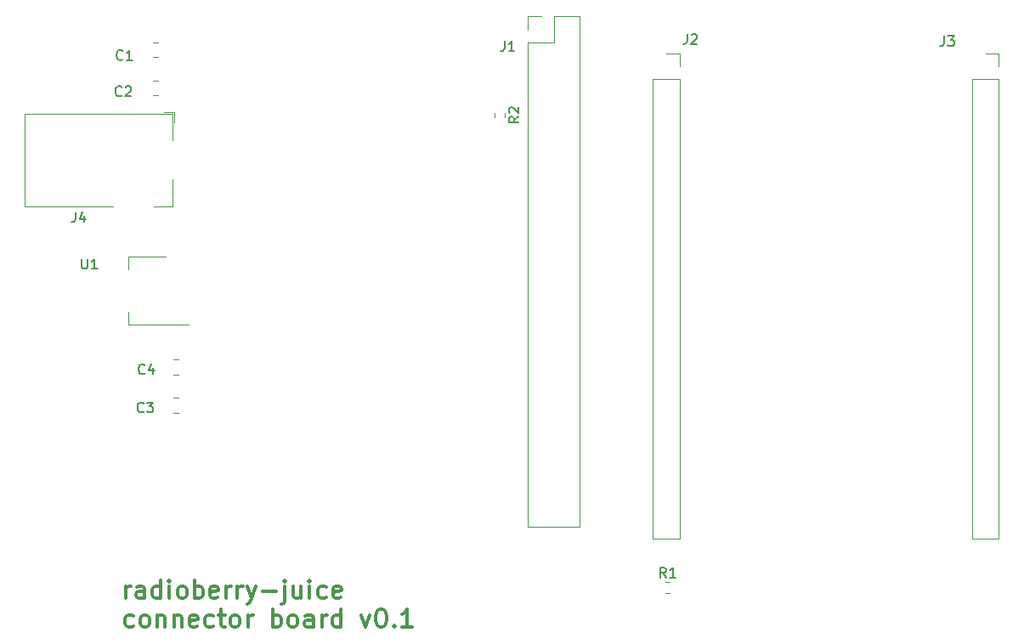
<source format=gbr>
G04 #@! TF.GenerationSoftware,KiCad,Pcbnew,7.0.8*
G04 #@! TF.CreationDate,2024-10-25T10:17:10+09:00*
G04 #@! TF.ProjectId,Juice connector board,4a756963-6520-4636-9f6e-6e6563746f72,rev?*
G04 #@! TF.SameCoordinates,Original*
G04 #@! TF.FileFunction,Legend,Top*
G04 #@! TF.FilePolarity,Positive*
%FSLAX46Y46*%
G04 Gerber Fmt 4.6, Leading zero omitted, Abs format (unit mm)*
G04 Created by KiCad (PCBNEW 7.0.8) date 2024-10-25 10:17:10*
%MOMM*%
%LPD*%
G01*
G04 APERTURE LIST*
%ADD10C,0.300000*%
%ADD11C,0.150000*%
%ADD12C,0.120000*%
G04 APERTURE END LIST*
D10*
X110325939Y-134966114D02*
X110325939Y-133766114D01*
X110325939Y-134108971D02*
X110411653Y-133937542D01*
X110411653Y-133937542D02*
X110497368Y-133851828D01*
X110497368Y-133851828D02*
X110668796Y-133766114D01*
X110668796Y-133766114D02*
X110840225Y-133766114D01*
X112211654Y-134966114D02*
X112211654Y-134023257D01*
X112211654Y-134023257D02*
X112125939Y-133851828D01*
X112125939Y-133851828D02*
X111954511Y-133766114D01*
X111954511Y-133766114D02*
X111611654Y-133766114D01*
X111611654Y-133766114D02*
X111440225Y-133851828D01*
X112211654Y-134880400D02*
X112040225Y-134966114D01*
X112040225Y-134966114D02*
X111611654Y-134966114D01*
X111611654Y-134966114D02*
X111440225Y-134880400D01*
X111440225Y-134880400D02*
X111354511Y-134708971D01*
X111354511Y-134708971D02*
X111354511Y-134537542D01*
X111354511Y-134537542D02*
X111440225Y-134366114D01*
X111440225Y-134366114D02*
X111611654Y-134280400D01*
X111611654Y-134280400D02*
X112040225Y-134280400D01*
X112040225Y-134280400D02*
X112211654Y-134194685D01*
X113840225Y-134966114D02*
X113840225Y-133166114D01*
X113840225Y-134880400D02*
X113668796Y-134966114D01*
X113668796Y-134966114D02*
X113325939Y-134966114D01*
X113325939Y-134966114D02*
X113154510Y-134880400D01*
X113154510Y-134880400D02*
X113068796Y-134794685D01*
X113068796Y-134794685D02*
X112983082Y-134623257D01*
X112983082Y-134623257D02*
X112983082Y-134108971D01*
X112983082Y-134108971D02*
X113068796Y-133937542D01*
X113068796Y-133937542D02*
X113154510Y-133851828D01*
X113154510Y-133851828D02*
X113325939Y-133766114D01*
X113325939Y-133766114D02*
X113668796Y-133766114D01*
X113668796Y-133766114D02*
X113840225Y-133851828D01*
X114697367Y-134966114D02*
X114697367Y-133766114D01*
X114697367Y-133166114D02*
X114611653Y-133251828D01*
X114611653Y-133251828D02*
X114697367Y-133337542D01*
X114697367Y-133337542D02*
X114783081Y-133251828D01*
X114783081Y-133251828D02*
X114697367Y-133166114D01*
X114697367Y-133166114D02*
X114697367Y-133337542D01*
X115811653Y-134966114D02*
X115640224Y-134880400D01*
X115640224Y-134880400D02*
X115554510Y-134794685D01*
X115554510Y-134794685D02*
X115468796Y-134623257D01*
X115468796Y-134623257D02*
X115468796Y-134108971D01*
X115468796Y-134108971D02*
X115554510Y-133937542D01*
X115554510Y-133937542D02*
X115640224Y-133851828D01*
X115640224Y-133851828D02*
X115811653Y-133766114D01*
X115811653Y-133766114D02*
X116068796Y-133766114D01*
X116068796Y-133766114D02*
X116240224Y-133851828D01*
X116240224Y-133851828D02*
X116325939Y-133937542D01*
X116325939Y-133937542D02*
X116411653Y-134108971D01*
X116411653Y-134108971D02*
X116411653Y-134623257D01*
X116411653Y-134623257D02*
X116325939Y-134794685D01*
X116325939Y-134794685D02*
X116240224Y-134880400D01*
X116240224Y-134880400D02*
X116068796Y-134966114D01*
X116068796Y-134966114D02*
X115811653Y-134966114D01*
X117183081Y-134966114D02*
X117183081Y-133166114D01*
X117183081Y-133851828D02*
X117354510Y-133766114D01*
X117354510Y-133766114D02*
X117697367Y-133766114D01*
X117697367Y-133766114D02*
X117868795Y-133851828D01*
X117868795Y-133851828D02*
X117954510Y-133937542D01*
X117954510Y-133937542D02*
X118040224Y-134108971D01*
X118040224Y-134108971D02*
X118040224Y-134623257D01*
X118040224Y-134623257D02*
X117954510Y-134794685D01*
X117954510Y-134794685D02*
X117868795Y-134880400D01*
X117868795Y-134880400D02*
X117697367Y-134966114D01*
X117697367Y-134966114D02*
X117354510Y-134966114D01*
X117354510Y-134966114D02*
X117183081Y-134880400D01*
X119497366Y-134880400D02*
X119325938Y-134966114D01*
X119325938Y-134966114D02*
X118983081Y-134966114D01*
X118983081Y-134966114D02*
X118811652Y-134880400D01*
X118811652Y-134880400D02*
X118725938Y-134708971D01*
X118725938Y-134708971D02*
X118725938Y-134023257D01*
X118725938Y-134023257D02*
X118811652Y-133851828D01*
X118811652Y-133851828D02*
X118983081Y-133766114D01*
X118983081Y-133766114D02*
X119325938Y-133766114D01*
X119325938Y-133766114D02*
X119497366Y-133851828D01*
X119497366Y-133851828D02*
X119583081Y-134023257D01*
X119583081Y-134023257D02*
X119583081Y-134194685D01*
X119583081Y-134194685D02*
X118725938Y-134366114D01*
X120354509Y-134966114D02*
X120354509Y-133766114D01*
X120354509Y-134108971D02*
X120440223Y-133937542D01*
X120440223Y-133937542D02*
X120525938Y-133851828D01*
X120525938Y-133851828D02*
X120697366Y-133766114D01*
X120697366Y-133766114D02*
X120868795Y-133766114D01*
X121468795Y-134966114D02*
X121468795Y-133766114D01*
X121468795Y-134108971D02*
X121554509Y-133937542D01*
X121554509Y-133937542D02*
X121640224Y-133851828D01*
X121640224Y-133851828D02*
X121811652Y-133766114D01*
X121811652Y-133766114D02*
X121983081Y-133766114D01*
X122411652Y-133766114D02*
X122840224Y-134966114D01*
X123268795Y-133766114D02*
X122840224Y-134966114D01*
X122840224Y-134966114D02*
X122668795Y-135394685D01*
X122668795Y-135394685D02*
X122583081Y-135480400D01*
X122583081Y-135480400D02*
X122411652Y-135566114D01*
X123954510Y-134280400D02*
X125325939Y-134280400D01*
X126183081Y-133766114D02*
X126183081Y-135308971D01*
X126183081Y-135308971D02*
X126097367Y-135480400D01*
X126097367Y-135480400D02*
X125925938Y-135566114D01*
X125925938Y-135566114D02*
X125840224Y-135566114D01*
X126183081Y-133166114D02*
X126097367Y-133251828D01*
X126097367Y-133251828D02*
X126183081Y-133337542D01*
X126183081Y-133337542D02*
X126268795Y-133251828D01*
X126268795Y-133251828D02*
X126183081Y-133166114D01*
X126183081Y-133166114D02*
X126183081Y-133337542D01*
X127811653Y-133766114D02*
X127811653Y-134966114D01*
X127040224Y-133766114D02*
X127040224Y-134708971D01*
X127040224Y-134708971D02*
X127125938Y-134880400D01*
X127125938Y-134880400D02*
X127297367Y-134966114D01*
X127297367Y-134966114D02*
X127554510Y-134966114D01*
X127554510Y-134966114D02*
X127725938Y-134880400D01*
X127725938Y-134880400D02*
X127811653Y-134794685D01*
X128668795Y-134966114D02*
X128668795Y-133766114D01*
X128668795Y-133166114D02*
X128583081Y-133251828D01*
X128583081Y-133251828D02*
X128668795Y-133337542D01*
X128668795Y-133337542D02*
X128754509Y-133251828D01*
X128754509Y-133251828D02*
X128668795Y-133166114D01*
X128668795Y-133166114D02*
X128668795Y-133337542D01*
X130297367Y-134880400D02*
X130125938Y-134966114D01*
X130125938Y-134966114D02*
X129783081Y-134966114D01*
X129783081Y-134966114D02*
X129611652Y-134880400D01*
X129611652Y-134880400D02*
X129525938Y-134794685D01*
X129525938Y-134794685D02*
X129440224Y-134623257D01*
X129440224Y-134623257D02*
X129440224Y-134108971D01*
X129440224Y-134108971D02*
X129525938Y-133937542D01*
X129525938Y-133937542D02*
X129611652Y-133851828D01*
X129611652Y-133851828D02*
X129783081Y-133766114D01*
X129783081Y-133766114D02*
X130125938Y-133766114D01*
X130125938Y-133766114D02*
X130297367Y-133851828D01*
X131754509Y-134880400D02*
X131583081Y-134966114D01*
X131583081Y-134966114D02*
X131240224Y-134966114D01*
X131240224Y-134966114D02*
X131068795Y-134880400D01*
X131068795Y-134880400D02*
X130983081Y-134708971D01*
X130983081Y-134708971D02*
X130983081Y-134023257D01*
X130983081Y-134023257D02*
X131068795Y-133851828D01*
X131068795Y-133851828D02*
X131240224Y-133766114D01*
X131240224Y-133766114D02*
X131583081Y-133766114D01*
X131583081Y-133766114D02*
X131754509Y-133851828D01*
X131754509Y-133851828D02*
X131840224Y-134023257D01*
X131840224Y-134023257D02*
X131840224Y-134194685D01*
X131840224Y-134194685D02*
X130983081Y-134366114D01*
X111097368Y-137778400D02*
X110925939Y-137864114D01*
X110925939Y-137864114D02*
X110583082Y-137864114D01*
X110583082Y-137864114D02*
X110411653Y-137778400D01*
X110411653Y-137778400D02*
X110325939Y-137692685D01*
X110325939Y-137692685D02*
X110240225Y-137521257D01*
X110240225Y-137521257D02*
X110240225Y-137006971D01*
X110240225Y-137006971D02*
X110325939Y-136835542D01*
X110325939Y-136835542D02*
X110411653Y-136749828D01*
X110411653Y-136749828D02*
X110583082Y-136664114D01*
X110583082Y-136664114D02*
X110925939Y-136664114D01*
X110925939Y-136664114D02*
X111097368Y-136749828D01*
X112125939Y-137864114D02*
X111954510Y-137778400D01*
X111954510Y-137778400D02*
X111868796Y-137692685D01*
X111868796Y-137692685D02*
X111783082Y-137521257D01*
X111783082Y-137521257D02*
X111783082Y-137006971D01*
X111783082Y-137006971D02*
X111868796Y-136835542D01*
X111868796Y-136835542D02*
X111954510Y-136749828D01*
X111954510Y-136749828D02*
X112125939Y-136664114D01*
X112125939Y-136664114D02*
X112383082Y-136664114D01*
X112383082Y-136664114D02*
X112554510Y-136749828D01*
X112554510Y-136749828D02*
X112640225Y-136835542D01*
X112640225Y-136835542D02*
X112725939Y-137006971D01*
X112725939Y-137006971D02*
X112725939Y-137521257D01*
X112725939Y-137521257D02*
X112640225Y-137692685D01*
X112640225Y-137692685D02*
X112554510Y-137778400D01*
X112554510Y-137778400D02*
X112383082Y-137864114D01*
X112383082Y-137864114D02*
X112125939Y-137864114D01*
X113497367Y-136664114D02*
X113497367Y-137864114D01*
X113497367Y-136835542D02*
X113583081Y-136749828D01*
X113583081Y-136749828D02*
X113754510Y-136664114D01*
X113754510Y-136664114D02*
X114011653Y-136664114D01*
X114011653Y-136664114D02*
X114183081Y-136749828D01*
X114183081Y-136749828D02*
X114268796Y-136921257D01*
X114268796Y-136921257D02*
X114268796Y-137864114D01*
X115125938Y-136664114D02*
X115125938Y-137864114D01*
X115125938Y-136835542D02*
X115211652Y-136749828D01*
X115211652Y-136749828D02*
X115383081Y-136664114D01*
X115383081Y-136664114D02*
X115640224Y-136664114D01*
X115640224Y-136664114D02*
X115811652Y-136749828D01*
X115811652Y-136749828D02*
X115897367Y-136921257D01*
X115897367Y-136921257D02*
X115897367Y-137864114D01*
X117440223Y-137778400D02*
X117268795Y-137864114D01*
X117268795Y-137864114D02*
X116925938Y-137864114D01*
X116925938Y-137864114D02*
X116754509Y-137778400D01*
X116754509Y-137778400D02*
X116668795Y-137606971D01*
X116668795Y-137606971D02*
X116668795Y-136921257D01*
X116668795Y-136921257D02*
X116754509Y-136749828D01*
X116754509Y-136749828D02*
X116925938Y-136664114D01*
X116925938Y-136664114D02*
X117268795Y-136664114D01*
X117268795Y-136664114D02*
X117440223Y-136749828D01*
X117440223Y-136749828D02*
X117525938Y-136921257D01*
X117525938Y-136921257D02*
X117525938Y-137092685D01*
X117525938Y-137092685D02*
X116668795Y-137264114D01*
X119068795Y-137778400D02*
X118897366Y-137864114D01*
X118897366Y-137864114D02*
X118554509Y-137864114D01*
X118554509Y-137864114D02*
X118383080Y-137778400D01*
X118383080Y-137778400D02*
X118297366Y-137692685D01*
X118297366Y-137692685D02*
X118211652Y-137521257D01*
X118211652Y-137521257D02*
X118211652Y-137006971D01*
X118211652Y-137006971D02*
X118297366Y-136835542D01*
X118297366Y-136835542D02*
X118383080Y-136749828D01*
X118383080Y-136749828D02*
X118554509Y-136664114D01*
X118554509Y-136664114D02*
X118897366Y-136664114D01*
X118897366Y-136664114D02*
X119068795Y-136749828D01*
X119583080Y-136664114D02*
X120268794Y-136664114D01*
X119840223Y-136064114D02*
X119840223Y-137606971D01*
X119840223Y-137606971D02*
X119925937Y-137778400D01*
X119925937Y-137778400D02*
X120097366Y-137864114D01*
X120097366Y-137864114D02*
X120268794Y-137864114D01*
X121125937Y-137864114D02*
X120954508Y-137778400D01*
X120954508Y-137778400D02*
X120868794Y-137692685D01*
X120868794Y-137692685D02*
X120783080Y-137521257D01*
X120783080Y-137521257D02*
X120783080Y-137006971D01*
X120783080Y-137006971D02*
X120868794Y-136835542D01*
X120868794Y-136835542D02*
X120954508Y-136749828D01*
X120954508Y-136749828D02*
X121125937Y-136664114D01*
X121125937Y-136664114D02*
X121383080Y-136664114D01*
X121383080Y-136664114D02*
X121554508Y-136749828D01*
X121554508Y-136749828D02*
X121640223Y-136835542D01*
X121640223Y-136835542D02*
X121725937Y-137006971D01*
X121725937Y-137006971D02*
X121725937Y-137521257D01*
X121725937Y-137521257D02*
X121640223Y-137692685D01*
X121640223Y-137692685D02*
X121554508Y-137778400D01*
X121554508Y-137778400D02*
X121383080Y-137864114D01*
X121383080Y-137864114D02*
X121125937Y-137864114D01*
X122497365Y-137864114D02*
X122497365Y-136664114D01*
X122497365Y-137006971D02*
X122583079Y-136835542D01*
X122583079Y-136835542D02*
X122668794Y-136749828D01*
X122668794Y-136749828D02*
X122840222Y-136664114D01*
X122840222Y-136664114D02*
X123011651Y-136664114D01*
X124983080Y-137864114D02*
X124983080Y-136064114D01*
X124983080Y-136749828D02*
X125154509Y-136664114D01*
X125154509Y-136664114D02*
X125497366Y-136664114D01*
X125497366Y-136664114D02*
X125668794Y-136749828D01*
X125668794Y-136749828D02*
X125754509Y-136835542D01*
X125754509Y-136835542D02*
X125840223Y-137006971D01*
X125840223Y-137006971D02*
X125840223Y-137521257D01*
X125840223Y-137521257D02*
X125754509Y-137692685D01*
X125754509Y-137692685D02*
X125668794Y-137778400D01*
X125668794Y-137778400D02*
X125497366Y-137864114D01*
X125497366Y-137864114D02*
X125154509Y-137864114D01*
X125154509Y-137864114D02*
X124983080Y-137778400D01*
X126868794Y-137864114D02*
X126697365Y-137778400D01*
X126697365Y-137778400D02*
X126611651Y-137692685D01*
X126611651Y-137692685D02*
X126525937Y-137521257D01*
X126525937Y-137521257D02*
X126525937Y-137006971D01*
X126525937Y-137006971D02*
X126611651Y-136835542D01*
X126611651Y-136835542D02*
X126697365Y-136749828D01*
X126697365Y-136749828D02*
X126868794Y-136664114D01*
X126868794Y-136664114D02*
X127125937Y-136664114D01*
X127125937Y-136664114D02*
X127297365Y-136749828D01*
X127297365Y-136749828D02*
X127383080Y-136835542D01*
X127383080Y-136835542D02*
X127468794Y-137006971D01*
X127468794Y-137006971D02*
X127468794Y-137521257D01*
X127468794Y-137521257D02*
X127383080Y-137692685D01*
X127383080Y-137692685D02*
X127297365Y-137778400D01*
X127297365Y-137778400D02*
X127125937Y-137864114D01*
X127125937Y-137864114D02*
X126868794Y-137864114D01*
X129011651Y-137864114D02*
X129011651Y-136921257D01*
X129011651Y-136921257D02*
X128925936Y-136749828D01*
X128925936Y-136749828D02*
X128754508Y-136664114D01*
X128754508Y-136664114D02*
X128411651Y-136664114D01*
X128411651Y-136664114D02*
X128240222Y-136749828D01*
X129011651Y-137778400D02*
X128840222Y-137864114D01*
X128840222Y-137864114D02*
X128411651Y-137864114D01*
X128411651Y-137864114D02*
X128240222Y-137778400D01*
X128240222Y-137778400D02*
X128154508Y-137606971D01*
X128154508Y-137606971D02*
X128154508Y-137435542D01*
X128154508Y-137435542D02*
X128240222Y-137264114D01*
X128240222Y-137264114D02*
X128411651Y-137178400D01*
X128411651Y-137178400D02*
X128840222Y-137178400D01*
X128840222Y-137178400D02*
X129011651Y-137092685D01*
X129868793Y-137864114D02*
X129868793Y-136664114D01*
X129868793Y-137006971D02*
X129954507Y-136835542D01*
X129954507Y-136835542D02*
X130040222Y-136749828D01*
X130040222Y-136749828D02*
X130211650Y-136664114D01*
X130211650Y-136664114D02*
X130383079Y-136664114D01*
X131754508Y-137864114D02*
X131754508Y-136064114D01*
X131754508Y-137778400D02*
X131583079Y-137864114D01*
X131583079Y-137864114D02*
X131240222Y-137864114D01*
X131240222Y-137864114D02*
X131068793Y-137778400D01*
X131068793Y-137778400D02*
X130983079Y-137692685D01*
X130983079Y-137692685D02*
X130897365Y-137521257D01*
X130897365Y-137521257D02*
X130897365Y-137006971D01*
X130897365Y-137006971D02*
X130983079Y-136835542D01*
X130983079Y-136835542D02*
X131068793Y-136749828D01*
X131068793Y-136749828D02*
X131240222Y-136664114D01*
X131240222Y-136664114D02*
X131583079Y-136664114D01*
X131583079Y-136664114D02*
X131754508Y-136749828D01*
X133811650Y-136664114D02*
X134240222Y-137864114D01*
X134240222Y-137864114D02*
X134668793Y-136664114D01*
X135697365Y-136064114D02*
X135868794Y-136064114D01*
X135868794Y-136064114D02*
X136040222Y-136149828D01*
X136040222Y-136149828D02*
X136125937Y-136235542D01*
X136125937Y-136235542D02*
X136211651Y-136406971D01*
X136211651Y-136406971D02*
X136297365Y-136749828D01*
X136297365Y-136749828D02*
X136297365Y-137178400D01*
X136297365Y-137178400D02*
X136211651Y-137521257D01*
X136211651Y-137521257D02*
X136125937Y-137692685D01*
X136125937Y-137692685D02*
X136040222Y-137778400D01*
X136040222Y-137778400D02*
X135868794Y-137864114D01*
X135868794Y-137864114D02*
X135697365Y-137864114D01*
X135697365Y-137864114D02*
X135525937Y-137778400D01*
X135525937Y-137778400D02*
X135440222Y-137692685D01*
X135440222Y-137692685D02*
X135354508Y-137521257D01*
X135354508Y-137521257D02*
X135268794Y-137178400D01*
X135268794Y-137178400D02*
X135268794Y-136749828D01*
X135268794Y-136749828D02*
X135354508Y-136406971D01*
X135354508Y-136406971D02*
X135440222Y-136235542D01*
X135440222Y-136235542D02*
X135525937Y-136149828D01*
X135525937Y-136149828D02*
X135697365Y-136064114D01*
X137068794Y-137692685D02*
X137154508Y-137778400D01*
X137154508Y-137778400D02*
X137068794Y-137864114D01*
X137068794Y-137864114D02*
X136983080Y-137778400D01*
X136983080Y-137778400D02*
X137068794Y-137692685D01*
X137068794Y-137692685D02*
X137068794Y-137864114D01*
X138868794Y-137864114D02*
X137840223Y-137864114D01*
X138354508Y-137864114D02*
X138354508Y-136064114D01*
X138354508Y-136064114D02*
X138183080Y-136321257D01*
X138183080Y-136321257D02*
X138011651Y-136492685D01*
X138011651Y-136492685D02*
X137840223Y-136578400D01*
D11*
X112133333Y-116359580D02*
X112085714Y-116407200D01*
X112085714Y-116407200D02*
X111942857Y-116454819D01*
X111942857Y-116454819D02*
X111847619Y-116454819D01*
X111847619Y-116454819D02*
X111704762Y-116407200D01*
X111704762Y-116407200D02*
X111609524Y-116311961D01*
X111609524Y-116311961D02*
X111561905Y-116216723D01*
X111561905Y-116216723D02*
X111514286Y-116026247D01*
X111514286Y-116026247D02*
X111514286Y-115883390D01*
X111514286Y-115883390D02*
X111561905Y-115692914D01*
X111561905Y-115692914D02*
X111609524Y-115597676D01*
X111609524Y-115597676D02*
X111704762Y-115502438D01*
X111704762Y-115502438D02*
X111847619Y-115454819D01*
X111847619Y-115454819D02*
X111942857Y-115454819D01*
X111942857Y-115454819D02*
X112085714Y-115502438D01*
X112085714Y-115502438D02*
X112133333Y-115550057D01*
X112466667Y-115454819D02*
X113085714Y-115454819D01*
X113085714Y-115454819D02*
X112752381Y-115835771D01*
X112752381Y-115835771D02*
X112895238Y-115835771D01*
X112895238Y-115835771D02*
X112990476Y-115883390D01*
X112990476Y-115883390D02*
X113038095Y-115931009D01*
X113038095Y-115931009D02*
X113085714Y-116026247D01*
X113085714Y-116026247D02*
X113085714Y-116264342D01*
X113085714Y-116264342D02*
X113038095Y-116359580D01*
X113038095Y-116359580D02*
X112990476Y-116407200D01*
X112990476Y-116407200D02*
X112895238Y-116454819D01*
X112895238Y-116454819D02*
X112609524Y-116454819D01*
X112609524Y-116454819D02*
X112514286Y-116407200D01*
X112514286Y-116407200D02*
X112466667Y-116359580D01*
X149484819Y-86991666D02*
X149008628Y-87324999D01*
X149484819Y-87563094D02*
X148484819Y-87563094D01*
X148484819Y-87563094D02*
X148484819Y-87182142D01*
X148484819Y-87182142D02*
X148532438Y-87086904D01*
X148532438Y-87086904D02*
X148580057Y-87039285D01*
X148580057Y-87039285D02*
X148675295Y-86991666D01*
X148675295Y-86991666D02*
X148818152Y-86991666D01*
X148818152Y-86991666D02*
X148913390Y-87039285D01*
X148913390Y-87039285D02*
X148961009Y-87086904D01*
X148961009Y-87086904D02*
X149008628Y-87182142D01*
X149008628Y-87182142D02*
X149008628Y-87563094D01*
X148580057Y-86610713D02*
X148532438Y-86563094D01*
X148532438Y-86563094D02*
X148484819Y-86467856D01*
X148484819Y-86467856D02*
X148484819Y-86229761D01*
X148484819Y-86229761D02*
X148532438Y-86134523D01*
X148532438Y-86134523D02*
X148580057Y-86086904D01*
X148580057Y-86086904D02*
X148675295Y-86039285D01*
X148675295Y-86039285D02*
X148770533Y-86039285D01*
X148770533Y-86039285D02*
X148913390Y-86086904D01*
X148913390Y-86086904D02*
X149484819Y-86658332D01*
X149484819Y-86658332D02*
X149484819Y-86039285D01*
X191866666Y-78954819D02*
X191866666Y-79669104D01*
X191866666Y-79669104D02*
X191819047Y-79811961D01*
X191819047Y-79811961D02*
X191723809Y-79907200D01*
X191723809Y-79907200D02*
X191580952Y-79954819D01*
X191580952Y-79954819D02*
X191485714Y-79954819D01*
X192247619Y-78954819D02*
X192866666Y-78954819D01*
X192866666Y-78954819D02*
X192533333Y-79335771D01*
X192533333Y-79335771D02*
X192676190Y-79335771D01*
X192676190Y-79335771D02*
X192771428Y-79383390D01*
X192771428Y-79383390D02*
X192819047Y-79431009D01*
X192819047Y-79431009D02*
X192866666Y-79526247D01*
X192866666Y-79526247D02*
X192866666Y-79764342D01*
X192866666Y-79764342D02*
X192819047Y-79859580D01*
X192819047Y-79859580D02*
X192771428Y-79907200D01*
X192771428Y-79907200D02*
X192676190Y-79954819D01*
X192676190Y-79954819D02*
X192390476Y-79954819D01*
X192390476Y-79954819D02*
X192295238Y-79907200D01*
X192295238Y-79907200D02*
X192247619Y-79859580D01*
X166266666Y-78754819D02*
X166266666Y-79469104D01*
X166266666Y-79469104D02*
X166219047Y-79611961D01*
X166219047Y-79611961D02*
X166123809Y-79707200D01*
X166123809Y-79707200D02*
X165980952Y-79754819D01*
X165980952Y-79754819D02*
X165885714Y-79754819D01*
X166695238Y-78850057D02*
X166742857Y-78802438D01*
X166742857Y-78802438D02*
X166838095Y-78754819D01*
X166838095Y-78754819D02*
X167076190Y-78754819D01*
X167076190Y-78754819D02*
X167171428Y-78802438D01*
X167171428Y-78802438D02*
X167219047Y-78850057D01*
X167219047Y-78850057D02*
X167266666Y-78945295D01*
X167266666Y-78945295D02*
X167266666Y-79040533D01*
X167266666Y-79040533D02*
X167219047Y-79183390D01*
X167219047Y-79183390D02*
X166647619Y-79754819D01*
X166647619Y-79754819D02*
X167266666Y-79754819D01*
X112233333Y-112559580D02*
X112185714Y-112607200D01*
X112185714Y-112607200D02*
X112042857Y-112654819D01*
X112042857Y-112654819D02*
X111947619Y-112654819D01*
X111947619Y-112654819D02*
X111804762Y-112607200D01*
X111804762Y-112607200D02*
X111709524Y-112511961D01*
X111709524Y-112511961D02*
X111661905Y-112416723D01*
X111661905Y-112416723D02*
X111614286Y-112226247D01*
X111614286Y-112226247D02*
X111614286Y-112083390D01*
X111614286Y-112083390D02*
X111661905Y-111892914D01*
X111661905Y-111892914D02*
X111709524Y-111797676D01*
X111709524Y-111797676D02*
X111804762Y-111702438D01*
X111804762Y-111702438D02*
X111947619Y-111654819D01*
X111947619Y-111654819D02*
X112042857Y-111654819D01*
X112042857Y-111654819D02*
X112185714Y-111702438D01*
X112185714Y-111702438D02*
X112233333Y-111750057D01*
X113090476Y-111988152D02*
X113090476Y-112654819D01*
X112852381Y-111607200D02*
X112614286Y-112321485D01*
X112614286Y-112321485D02*
X113233333Y-112321485D01*
X148066666Y-79454819D02*
X148066666Y-80169104D01*
X148066666Y-80169104D02*
X148019047Y-80311961D01*
X148019047Y-80311961D02*
X147923809Y-80407200D01*
X147923809Y-80407200D02*
X147780952Y-80454819D01*
X147780952Y-80454819D02*
X147685714Y-80454819D01*
X149066666Y-80454819D02*
X148495238Y-80454819D01*
X148780952Y-80454819D02*
X148780952Y-79454819D01*
X148780952Y-79454819D02*
X148685714Y-79597676D01*
X148685714Y-79597676D02*
X148590476Y-79692914D01*
X148590476Y-79692914D02*
X148495238Y-79740533D01*
X110033333Y-81259580D02*
X109985714Y-81307200D01*
X109985714Y-81307200D02*
X109842857Y-81354819D01*
X109842857Y-81354819D02*
X109747619Y-81354819D01*
X109747619Y-81354819D02*
X109604762Y-81307200D01*
X109604762Y-81307200D02*
X109509524Y-81211961D01*
X109509524Y-81211961D02*
X109461905Y-81116723D01*
X109461905Y-81116723D02*
X109414286Y-80926247D01*
X109414286Y-80926247D02*
X109414286Y-80783390D01*
X109414286Y-80783390D02*
X109461905Y-80592914D01*
X109461905Y-80592914D02*
X109509524Y-80497676D01*
X109509524Y-80497676D02*
X109604762Y-80402438D01*
X109604762Y-80402438D02*
X109747619Y-80354819D01*
X109747619Y-80354819D02*
X109842857Y-80354819D01*
X109842857Y-80354819D02*
X109985714Y-80402438D01*
X109985714Y-80402438D02*
X110033333Y-80450057D01*
X110985714Y-81354819D02*
X110414286Y-81354819D01*
X110700000Y-81354819D02*
X110700000Y-80354819D01*
X110700000Y-80354819D02*
X110604762Y-80497676D01*
X110604762Y-80497676D02*
X110509524Y-80592914D01*
X110509524Y-80592914D02*
X110414286Y-80640533D01*
X164158333Y-132928819D02*
X163825000Y-132452628D01*
X163586905Y-132928819D02*
X163586905Y-131928819D01*
X163586905Y-131928819D02*
X163967857Y-131928819D01*
X163967857Y-131928819D02*
X164063095Y-131976438D01*
X164063095Y-131976438D02*
X164110714Y-132024057D01*
X164110714Y-132024057D02*
X164158333Y-132119295D01*
X164158333Y-132119295D02*
X164158333Y-132262152D01*
X164158333Y-132262152D02*
X164110714Y-132357390D01*
X164110714Y-132357390D02*
X164063095Y-132405009D01*
X164063095Y-132405009D02*
X163967857Y-132452628D01*
X163967857Y-132452628D02*
X163586905Y-132452628D01*
X165110714Y-132928819D02*
X164539286Y-132928819D01*
X164825000Y-132928819D02*
X164825000Y-131928819D01*
X164825000Y-131928819D02*
X164729762Y-132071676D01*
X164729762Y-132071676D02*
X164634524Y-132166914D01*
X164634524Y-132166914D02*
X164539286Y-132214533D01*
X105938095Y-101154819D02*
X105938095Y-101964342D01*
X105938095Y-101964342D02*
X105985714Y-102059580D01*
X105985714Y-102059580D02*
X106033333Y-102107200D01*
X106033333Y-102107200D02*
X106128571Y-102154819D01*
X106128571Y-102154819D02*
X106319047Y-102154819D01*
X106319047Y-102154819D02*
X106414285Y-102107200D01*
X106414285Y-102107200D02*
X106461904Y-102059580D01*
X106461904Y-102059580D02*
X106509523Y-101964342D01*
X106509523Y-101964342D02*
X106509523Y-101154819D01*
X107509523Y-102154819D02*
X106938095Y-102154819D01*
X107223809Y-102154819D02*
X107223809Y-101154819D01*
X107223809Y-101154819D02*
X107128571Y-101297676D01*
X107128571Y-101297676D02*
X107033333Y-101392914D01*
X107033333Y-101392914D02*
X106938095Y-101440533D01*
X109933333Y-84859580D02*
X109885714Y-84907200D01*
X109885714Y-84907200D02*
X109742857Y-84954819D01*
X109742857Y-84954819D02*
X109647619Y-84954819D01*
X109647619Y-84954819D02*
X109504762Y-84907200D01*
X109504762Y-84907200D02*
X109409524Y-84811961D01*
X109409524Y-84811961D02*
X109361905Y-84716723D01*
X109361905Y-84716723D02*
X109314286Y-84526247D01*
X109314286Y-84526247D02*
X109314286Y-84383390D01*
X109314286Y-84383390D02*
X109361905Y-84192914D01*
X109361905Y-84192914D02*
X109409524Y-84097676D01*
X109409524Y-84097676D02*
X109504762Y-84002438D01*
X109504762Y-84002438D02*
X109647619Y-83954819D01*
X109647619Y-83954819D02*
X109742857Y-83954819D01*
X109742857Y-83954819D02*
X109885714Y-84002438D01*
X109885714Y-84002438D02*
X109933333Y-84050057D01*
X110314286Y-84050057D02*
X110361905Y-84002438D01*
X110361905Y-84002438D02*
X110457143Y-83954819D01*
X110457143Y-83954819D02*
X110695238Y-83954819D01*
X110695238Y-83954819D02*
X110790476Y-84002438D01*
X110790476Y-84002438D02*
X110838095Y-84050057D01*
X110838095Y-84050057D02*
X110885714Y-84145295D01*
X110885714Y-84145295D02*
X110885714Y-84240533D01*
X110885714Y-84240533D02*
X110838095Y-84383390D01*
X110838095Y-84383390D02*
X110266667Y-84954819D01*
X110266667Y-84954819D02*
X110885714Y-84954819D01*
X105316666Y-96504819D02*
X105316666Y-97219104D01*
X105316666Y-97219104D02*
X105269047Y-97361961D01*
X105269047Y-97361961D02*
X105173809Y-97457200D01*
X105173809Y-97457200D02*
X105030952Y-97504819D01*
X105030952Y-97504819D02*
X104935714Y-97504819D01*
X106221428Y-96838152D02*
X106221428Y-97504819D01*
X105983333Y-96457200D02*
X105745238Y-97171485D01*
X105745238Y-97171485D02*
X106364285Y-97171485D01*
D12*
X115567252Y-116478000D02*
X115044748Y-116478000D01*
X115567252Y-115008000D02*
X115044748Y-115008000D01*
X148122500Y-86587742D02*
X148122500Y-87062258D01*
X147077500Y-86587742D02*
X147077500Y-87062258D01*
X194670000Y-83270000D02*
X194670000Y-129050000D01*
X194670000Y-83270000D02*
X197330000Y-83270000D01*
X194670000Y-129050000D02*
X197330000Y-129050000D01*
X196000000Y-80670000D02*
X197330000Y-80670000D01*
X197330000Y-80670000D02*
X197330000Y-82000000D01*
X197330000Y-83270000D02*
X197330000Y-129050000D01*
X162870000Y-83270000D02*
X162870000Y-129050000D01*
X162870000Y-83270000D02*
X165530000Y-83270000D01*
X162870000Y-129050000D02*
X165530000Y-129050000D01*
X164200000Y-80670000D02*
X165530000Y-80670000D01*
X165530000Y-80670000D02*
X165530000Y-82000000D01*
X165530000Y-83270000D02*
X165530000Y-129050000D01*
X115572252Y-112668000D02*
X115049748Y-112668000D01*
X115572252Y-111198000D02*
X115049748Y-111198000D01*
X150380000Y-76970000D02*
X151710000Y-76970000D01*
X150380000Y-78300000D02*
X150380000Y-76970000D01*
X150380000Y-79570000D02*
X150380000Y-127890000D01*
X150380000Y-79570000D02*
X152980000Y-79570000D01*
X150380000Y-127890000D02*
X155580000Y-127890000D01*
X152980000Y-76970000D02*
X155580000Y-76970000D01*
X152980000Y-79570000D02*
X152980000Y-76970000D01*
X155580000Y-76970000D02*
X155580000Y-127890000D01*
X113596252Y-81045000D02*
X113073748Y-81045000D01*
X113596252Y-79575000D02*
X113073748Y-79575000D01*
X164087742Y-133381500D02*
X164562258Y-133381500D01*
X164087742Y-134426500D02*
X164562258Y-134426500D01*
X116571000Y-107737000D02*
X110561000Y-107737000D01*
X114321000Y-100917000D02*
X110561000Y-100917000D01*
X110561000Y-107737000D02*
X110561000Y-106477000D01*
X110561000Y-100917000D02*
X110561000Y-102177000D01*
X113596252Y-84855000D02*
X113073748Y-84855000D01*
X113596252Y-83385000D02*
X113073748Y-83385000D01*
X100300000Y-86700000D02*
X115000000Y-86700000D01*
X100300000Y-95900000D02*
X100300000Y-86700000D01*
X109100000Y-95900000D02*
X100300000Y-95900000D01*
X114150000Y-86500000D02*
X115200000Y-86500000D01*
X115000000Y-86700000D02*
X115000000Y-89300000D01*
X115000000Y-93200000D02*
X115000000Y-95900000D01*
X115000000Y-95900000D02*
X113100000Y-95900000D01*
X115200000Y-87550000D02*
X115200000Y-86500000D01*
M02*

</source>
